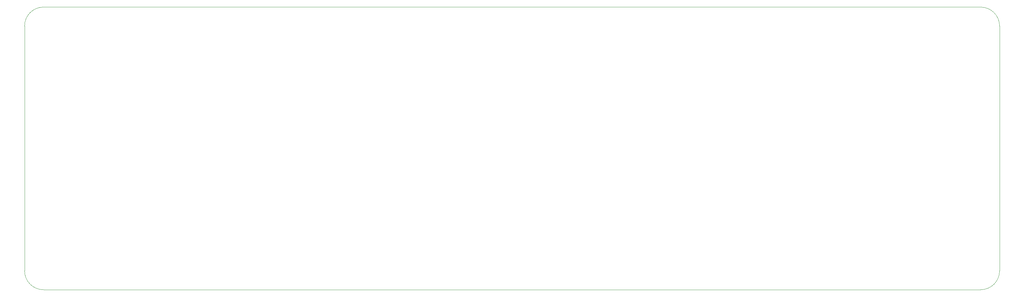
<source format=gm1>
%TF.GenerationSoftware,KiCad,Pcbnew,8.0.7*%
%TF.CreationDate,2025-02-08T10:47:07+02:00*%
%TF.ProjectId,HCP65 Board Tester,48435036-3520-4426-9f61-726420546573,V0*%
%TF.SameCoordinates,Original*%
%TF.FileFunction,Profile,NP*%
%FSLAX46Y46*%
G04 Gerber Fmt 4.6, Leading zero omitted, Abs format (unit mm)*
G04 Created by KiCad (PCBNEW 8.0.7) date 2025-02-08 10:47:07*
%MOMM*%
%LPD*%
G01*
G04 APERTURE LIST*
%TA.AperFunction,Profile*%
%ADD10C,0.100000*%
%TD*%
G04 APERTURE END LIST*
D10*
X226060000Y10120000D02*
G75*
G02*
X231140000Y5040000I0J-5080000D01*
G01*
X226059999Y-65786001D02*
X-24892000Y-65786000D01*
X231139999Y-60706001D02*
X231140000Y5040000D01*
X226060000Y10120000D02*
X-24891998Y10120000D01*
X-29972000Y-60706000D02*
X-29971998Y5040000D01*
X231139999Y-60706001D02*
G75*
G02*
X226059999Y-65785999I-5079999J1D01*
G01*
X-24892000Y-65786000D02*
G75*
G02*
X-29972000Y-60706000I2J5080002D01*
G01*
X-29971998Y5040000D02*
G75*
G02*
X-24891998Y10120000I5080002J-2D01*
G01*
M02*

</source>
